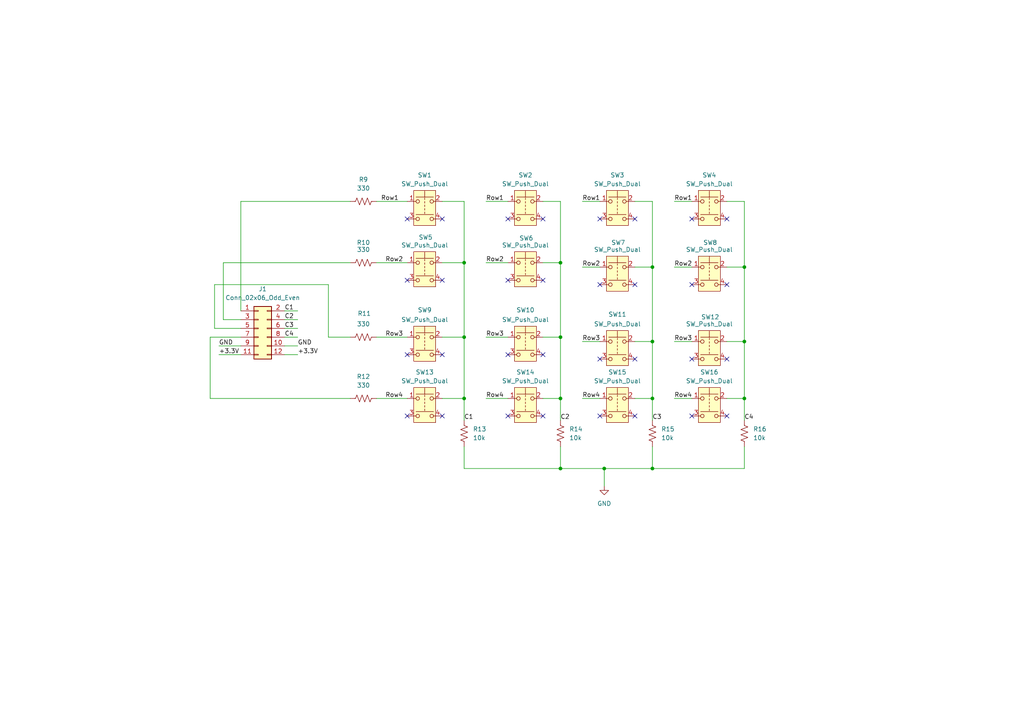
<source format=kicad_sch>
(kicad_sch
	(version 20250114)
	(generator "eeschema")
	(generator_version "9.0")
	(uuid "3b3802ce-01c6-4ca0-8f16-261a9e4b4263")
	(paper "A4")
	(lib_symbols
		(symbol "Connector_Generic:Conn_02x06_Odd_Even"
			(pin_names
				(offset 1.016)
				(hide yes)
			)
			(exclude_from_sim no)
			(in_bom yes)
			(on_board yes)
			(property "Reference" "J"
				(at 1.27 7.62 0)
				(effects
					(font
						(size 1.27 1.27)
					)
				)
			)
			(property "Value" "Conn_02x06_Odd_Even"
				(at 1.27 -10.16 0)
				(effects
					(font
						(size 1.27 1.27)
					)
				)
			)
			(property "Footprint" ""
				(at 0 0 0)
				(effects
					(font
						(size 1.27 1.27)
					)
					(hide yes)
				)
			)
			(property "Datasheet" "~"
				(at 0 0 0)
				(effects
					(font
						(size 1.27 1.27)
					)
					(hide yes)
				)
			)
			(property "Description" "Generic connector, double row, 02x06, odd/even pin numbering scheme (row 1 odd numbers, row 2 even numbers), script generated (kicad-library-utils/schlib/autogen/connector/)"
				(at 0 0 0)
				(effects
					(font
						(size 1.27 1.27)
					)
					(hide yes)
				)
			)
			(property "ki_keywords" "connector"
				(at 0 0 0)
				(effects
					(font
						(size 1.27 1.27)
					)
					(hide yes)
				)
			)
			(property "ki_fp_filters" "Connector*:*_2x??_*"
				(at 0 0 0)
				(effects
					(font
						(size 1.27 1.27)
					)
					(hide yes)
				)
			)
			(symbol "Conn_02x06_Odd_Even_1_1"
				(rectangle
					(start -1.27 6.35)
					(end 3.81 -8.89)
					(stroke
						(width 0.254)
						(type default)
					)
					(fill
						(type background)
					)
				)
				(rectangle
					(start -1.27 5.207)
					(end 0 4.953)
					(stroke
						(width 0.1524)
						(type default)
					)
					(fill
						(type none)
					)
				)
				(rectangle
					(start -1.27 2.667)
					(end 0 2.413)
					(stroke
						(width 0.1524)
						(type default)
					)
					(fill
						(type none)
					)
				)
				(rectangle
					(start -1.27 0.127)
					(end 0 -0.127)
					(stroke
						(width 0.1524)
						(type default)
					)
					(fill
						(type none)
					)
				)
				(rectangle
					(start -1.27 -2.413)
					(end 0 -2.667)
					(stroke
						(width 0.1524)
						(type default)
					)
					(fill
						(type none)
					)
				)
				(rectangle
					(start -1.27 -4.953)
					(end 0 -5.207)
					(stroke
						(width 0.1524)
						(type default)
					)
					(fill
						(type none)
					)
				)
				(rectangle
					(start -1.27 -7.493)
					(end 0 -7.747)
					(stroke
						(width 0.1524)
						(type default)
					)
					(fill
						(type none)
					)
				)
				(rectangle
					(start 3.81 5.207)
					(end 2.54 4.953)
					(stroke
						(width 0.1524)
						(type default)
					)
					(fill
						(type none)
					)
				)
				(rectangle
					(start 3.81 2.667)
					(end 2.54 2.413)
					(stroke
						(width 0.1524)
						(type default)
					)
					(fill
						(type none)
					)
				)
				(rectangle
					(start 3.81 0.127)
					(end 2.54 -0.127)
					(stroke
						(width 0.1524)
						(type default)
					)
					(fill
						(type none)
					)
				)
				(rectangle
					(start 3.81 -2.413)
					(end 2.54 -2.667)
					(stroke
						(width 0.1524)
						(type default)
					)
					(fill
						(type none)
					)
				)
				(rectangle
					(start 3.81 -4.953)
					(end 2.54 -5.207)
					(stroke
						(width 0.1524)
						(type default)
					)
					(fill
						(type none)
					)
				)
				(rectangle
					(start 3.81 -7.493)
					(end 2.54 -7.747)
					(stroke
						(width 0.1524)
						(type default)
					)
					(fill
						(type none)
					)
				)
				(pin passive line
					(at -5.08 5.08 0)
					(length 3.81)
					(name "Pin_1"
						(effects
							(font
								(size 1.27 1.27)
							)
						)
					)
					(number "1"
						(effects
							(font
								(size 1.27 1.27)
							)
						)
					)
				)
				(pin passive line
					(at -5.08 2.54 0)
					(length 3.81)
					(name "Pin_3"
						(effects
							(font
								(size 1.27 1.27)
							)
						)
					)
					(number "3"
						(effects
							(font
								(size 1.27 1.27)
							)
						)
					)
				)
				(pin passive line
					(at -5.08 0 0)
					(length 3.81)
					(name "Pin_5"
						(effects
							(font
								(size 1.27 1.27)
							)
						)
					)
					(number "5"
						(effects
							(font
								(size 1.27 1.27)
							)
						)
					)
				)
				(pin passive line
					(at -5.08 -2.54 0)
					(length 3.81)
					(name "Pin_7"
						(effects
							(font
								(size 1.27 1.27)
							)
						)
					)
					(number "7"
						(effects
							(font
								(size 1.27 1.27)
							)
						)
					)
				)
				(pin passive line
					(at -5.08 -5.08 0)
					(length 3.81)
					(name "Pin_9"
						(effects
							(font
								(size 1.27 1.27)
							)
						)
					)
					(number "9"
						(effects
							(font
								(size 1.27 1.27)
							)
						)
					)
				)
				(pin passive line
					(at -5.08 -7.62 0)
					(length 3.81)
					(name "Pin_11"
						(effects
							(font
								(size 1.27 1.27)
							)
						)
					)
					(number "11"
						(effects
							(font
								(size 1.27 1.27)
							)
						)
					)
				)
				(pin passive line
					(at 7.62 5.08 180)
					(length 3.81)
					(name "Pin_2"
						(effects
							(font
								(size 1.27 1.27)
							)
						)
					)
					(number "2"
						(effects
							(font
								(size 1.27 1.27)
							)
						)
					)
				)
				(pin passive line
					(at 7.62 2.54 180)
					(length 3.81)
					(name "Pin_4"
						(effects
							(font
								(size 1.27 1.27)
							)
						)
					)
					(number "4"
						(effects
							(font
								(size 1.27 1.27)
							)
						)
					)
				)
				(pin passive line
					(at 7.62 0 180)
					(length 3.81)
					(name "Pin_6"
						(effects
							(font
								(size 1.27 1.27)
							)
						)
					)
					(number "6"
						(effects
							(font
								(size 1.27 1.27)
							)
						)
					)
				)
				(pin passive line
					(at 7.62 -2.54 180)
					(length 3.81)
					(name "Pin_8"
						(effects
							(font
								(size 1.27 1.27)
							)
						)
					)
					(number "8"
						(effects
							(font
								(size 1.27 1.27)
							)
						)
					)
				)
				(pin passive line
					(at 7.62 -5.08 180)
					(length 3.81)
					(name "Pin_10"
						(effects
							(font
								(size 1.27 1.27)
							)
						)
					)
					(number "10"
						(effects
							(font
								(size 1.27 1.27)
							)
						)
					)
				)
				(pin passive line
					(at 7.62 -7.62 180)
					(length 3.81)
					(name "Pin_12"
						(effects
							(font
								(size 1.27 1.27)
							)
						)
					)
					(number "12"
						(effects
							(font
								(size 1.27 1.27)
							)
						)
					)
				)
			)
			(embedded_fonts no)
		)
		(symbol "Device:R_US"
			(pin_numbers
				(hide yes)
			)
			(pin_names
				(offset 0)
			)
			(exclude_from_sim no)
			(in_bom yes)
			(on_board yes)
			(property "Reference" "R"
				(at 2.54 0 90)
				(effects
					(font
						(size 1.27 1.27)
					)
				)
			)
			(property "Value" "R_US"
				(at -2.54 0 90)
				(effects
					(font
						(size 1.27 1.27)
					)
				)
			)
			(property "Footprint" ""
				(at 1.016 -0.254 90)
				(effects
					(font
						(size 1.27 1.27)
					)
					(hide yes)
				)
			)
			(property "Datasheet" "~"
				(at 0 0 0)
				(effects
					(font
						(size 1.27 1.27)
					)
					(hide yes)
				)
			)
			(property "Description" "Resistor, US symbol"
				(at 0 0 0)
				(effects
					(font
						(size 1.27 1.27)
					)
					(hide yes)
				)
			)
			(property "ki_keywords" "R res resistor"
				(at 0 0 0)
				(effects
					(font
						(size 1.27 1.27)
					)
					(hide yes)
				)
			)
			(property "ki_fp_filters" "R_*"
				(at 0 0 0)
				(effects
					(font
						(size 1.27 1.27)
					)
					(hide yes)
				)
			)
			(symbol "R_US_0_1"
				(polyline
					(pts
						(xy 0 2.286) (xy 0 2.54)
					)
					(stroke
						(width 0)
						(type default)
					)
					(fill
						(type none)
					)
				)
				(polyline
					(pts
						(xy 0 2.286) (xy 1.016 1.905) (xy 0 1.524) (xy -1.016 1.143) (xy 0 0.762)
					)
					(stroke
						(width 0)
						(type default)
					)
					(fill
						(type none)
					)
				)
				(polyline
					(pts
						(xy 0 0.762) (xy 1.016 0.381) (xy 0 0) (xy -1.016 -0.381) (xy 0 -0.762)
					)
					(stroke
						(width 0)
						(type default)
					)
					(fill
						(type none)
					)
				)
				(polyline
					(pts
						(xy 0 -0.762) (xy 1.016 -1.143) (xy 0 -1.524) (xy -1.016 -1.905) (xy 0 -2.286)
					)
					(stroke
						(width 0)
						(type default)
					)
					(fill
						(type none)
					)
				)
				(polyline
					(pts
						(xy 0 -2.286) (xy 0 -2.54)
					)
					(stroke
						(width 0)
						(type default)
					)
					(fill
						(type none)
					)
				)
			)
			(symbol "R_US_1_1"
				(pin passive line
					(at 0 3.81 270)
					(length 1.27)
					(name "~"
						(effects
							(font
								(size 1.27 1.27)
							)
						)
					)
					(number "1"
						(effects
							(font
								(size 1.27 1.27)
							)
						)
					)
				)
				(pin passive line
					(at 0 -3.81 90)
					(length 1.27)
					(name "~"
						(effects
							(font
								(size 1.27 1.27)
							)
						)
					)
					(number "2"
						(effects
							(font
								(size 1.27 1.27)
							)
						)
					)
				)
			)
			(embedded_fonts no)
		)
		(symbol "Switch:SW_Push_Dual"
			(pin_names
				(offset 1.016)
				(hide yes)
			)
			(exclude_from_sim no)
			(in_bom yes)
			(on_board yes)
			(property "Reference" "SW"
				(at 0 7.62 0)
				(effects
					(font
						(size 1.27 1.27)
					)
				)
			)
			(property "Value" "SW_Push_Dual"
				(at 0 -6.35 0)
				(effects
					(font
						(size 1.27 1.27)
					)
				)
			)
			(property "Footprint" ""
				(at 0 7.62 0)
				(effects
					(font
						(size 1.27 1.27)
					)
					(hide yes)
				)
			)
			(property "Datasheet" "~"
				(at 0 0 0)
				(effects
					(font
						(size 1.27 1.27)
					)
					(hide yes)
				)
			)
			(property "Description" "Push button switch, generic, symbol, four pins"
				(at 0 0 0)
				(effects
					(font
						(size 1.27 1.27)
					)
					(hide yes)
				)
			)
			(property "ki_keywords" "switch normally-open pushbutton push-button"
				(at 0 0 0)
				(effects
					(font
						(size 1.27 1.27)
					)
					(hide yes)
				)
			)
			(symbol "SW_Push_Dual_0_1"
				(circle
					(center -2.032 2.54)
					(radius 0.508)
					(stroke
						(width 0)
						(type default)
					)
					(fill
						(type none)
					)
				)
				(circle
					(center -2.032 -2.54)
					(radius 0.508)
					(stroke
						(width 0)
						(type default)
					)
					(fill
						(type none)
					)
				)
				(polyline
					(pts
						(xy 0 3.81) (xy 0 5.588)
					)
					(stroke
						(width 0)
						(type default)
					)
					(fill
						(type none)
					)
				)
				(polyline
					(pts
						(xy 0 3.048) (xy 0 3.556)
					)
					(stroke
						(width 0)
						(type default)
					)
					(fill
						(type none)
					)
				)
				(polyline
					(pts
						(xy 0 2.032) (xy 0 2.54)
					)
					(stroke
						(width 0)
						(type default)
					)
					(fill
						(type none)
					)
				)
				(polyline
					(pts
						(xy 0 1.016) (xy 0 1.524)
					)
					(stroke
						(width 0)
						(type default)
					)
					(fill
						(type none)
					)
				)
				(polyline
					(pts
						(xy 0 0.508) (xy 0 0)
					)
					(stroke
						(width 0)
						(type default)
					)
					(fill
						(type none)
					)
				)
				(polyline
					(pts
						(xy 0 -0.508) (xy 0 -1.016)
					)
					(stroke
						(width 0)
						(type default)
					)
					(fill
						(type none)
					)
				)
				(circle
					(center 2.032 2.54)
					(radius 0.508)
					(stroke
						(width 0)
						(type default)
					)
					(fill
						(type none)
					)
				)
				(circle
					(center 2.032 -2.54)
					(radius 0.508)
					(stroke
						(width 0)
						(type default)
					)
					(fill
						(type none)
					)
				)
				(polyline
					(pts
						(xy 2.54 3.81) (xy -2.54 3.81)
					)
					(stroke
						(width 0)
						(type default)
					)
					(fill
						(type none)
					)
				)
				(polyline
					(pts
						(xy 2.54 -1.27) (xy -2.54 -1.27)
					)
					(stroke
						(width 0)
						(type default)
					)
					(fill
						(type none)
					)
				)
				(pin passive line
					(at -5.08 2.54 0)
					(length 2.54)
					(name "1"
						(effects
							(font
								(size 1.27 1.27)
							)
						)
					)
					(number "1"
						(effects
							(font
								(size 1.27 1.27)
							)
						)
					)
				)
				(pin passive line
					(at -5.08 -2.54 0)
					(length 2.54)
					(name "3"
						(effects
							(font
								(size 1.27 1.27)
							)
						)
					)
					(number "3"
						(effects
							(font
								(size 1.27 1.27)
							)
						)
					)
				)
				(pin passive line
					(at 5.08 2.54 180)
					(length 2.54)
					(name "2"
						(effects
							(font
								(size 1.27 1.27)
							)
						)
					)
					(number "2"
						(effects
							(font
								(size 1.27 1.27)
							)
						)
					)
				)
				(pin passive line
					(at 5.08 -2.54 180)
					(length 2.54)
					(name "4"
						(effects
							(font
								(size 1.27 1.27)
							)
						)
					)
					(number "4"
						(effects
							(font
								(size 1.27 1.27)
							)
						)
					)
				)
			)
			(symbol "SW_Push_Dual_1_1"
				(rectangle
					(start -3.175 5.715)
					(end 3.175 -4.445)
					(stroke
						(width 0)
						(type default)
					)
					(fill
						(type background)
					)
				)
			)
			(embedded_fonts no)
		)
		(symbol "power:GND"
			(power)
			(pin_numbers
				(hide yes)
			)
			(pin_names
				(offset 0)
				(hide yes)
			)
			(exclude_from_sim no)
			(in_bom yes)
			(on_board yes)
			(property "Reference" "#PWR"
				(at 0 -6.35 0)
				(effects
					(font
						(size 1.27 1.27)
					)
					(hide yes)
				)
			)
			(property "Value" "GND"
				(at 0 -3.81 0)
				(effects
					(font
						(size 1.27 1.27)
					)
				)
			)
			(property "Footprint" ""
				(at 0 0 0)
				(effects
					(font
						(size 1.27 1.27)
					)
					(hide yes)
				)
			)
			(property "Datasheet" ""
				(at 0 0 0)
				(effects
					(font
						(size 1.27 1.27)
					)
					(hide yes)
				)
			)
			(property "Description" "Power symbol creates a global label with name \"GND\" , ground"
				(at 0 0 0)
				(effects
					(font
						(size 1.27 1.27)
					)
					(hide yes)
				)
			)
			(property "ki_keywords" "global power"
				(at 0 0 0)
				(effects
					(font
						(size 1.27 1.27)
					)
					(hide yes)
				)
			)
			(symbol "GND_0_1"
				(polyline
					(pts
						(xy 0 0) (xy 0 -1.27) (xy 1.27 -1.27) (xy 0 -2.54) (xy -1.27 -1.27) (xy 0 -1.27)
					)
					(stroke
						(width 0)
						(type default)
					)
					(fill
						(type none)
					)
				)
			)
			(symbol "GND_1_1"
				(pin power_in line
					(at 0 0 270)
					(length 0)
					(name "~"
						(effects
							(font
								(size 1.27 1.27)
							)
						)
					)
					(number "1"
						(effects
							(font
								(size 1.27 1.27)
							)
						)
					)
				)
			)
			(embedded_fonts no)
		)
	)
	(junction
		(at 162.56 76.2)
		(diameter 0)
		(color 0 0 0 0)
		(uuid "198c2ba6-6031-4ae8-9ae5-b724c729c263")
	)
	(junction
		(at 189.23 135.89)
		(diameter 0)
		(color 0 0 0 0)
		(uuid "325db1c1-27b6-4791-bc6c-ebda6efa4610")
	)
	(junction
		(at 134.62 76.2)
		(diameter 0)
		(color 0 0 0 0)
		(uuid "496d6d2f-4239-4db7-aee5-25b38c809265")
	)
	(junction
		(at 175.26 135.89)
		(diameter 0)
		(color 0 0 0 0)
		(uuid "575c953c-3251-455f-bb18-06f526ba8d46")
	)
	(junction
		(at 162.56 135.89)
		(diameter 0)
		(color 0 0 0 0)
		(uuid "58f76858-0c69-4e87-8761-0d0d5232bdb8")
	)
	(junction
		(at 215.9 115.57)
		(diameter 0)
		(color 0 0 0 0)
		(uuid "6bf7e2e6-99b6-4604-bdd9-580d3aa58772")
	)
	(junction
		(at 189.23 99.06)
		(diameter 0)
		(color 0 0 0 0)
		(uuid "6d7c63c2-82f9-4c83-95ba-5cfa86c58f91")
	)
	(junction
		(at 189.23 115.57)
		(diameter 0)
		(color 0 0 0 0)
		(uuid "776cd5eb-6412-4cd1-a433-7da165a0a567")
	)
	(junction
		(at 134.62 97.79)
		(diameter 0)
		(color 0 0 0 0)
		(uuid "78f9bd1e-d3c4-491d-9645-b6d0093e498b")
	)
	(junction
		(at 162.56 115.57)
		(diameter 0)
		(color 0 0 0 0)
		(uuid "7b091270-651d-4418-925a-63325214b6cc")
	)
	(junction
		(at 189.23 77.47)
		(diameter 0)
		(color 0 0 0 0)
		(uuid "87b32319-84af-4a62-ba7e-f09f91e002a6")
	)
	(junction
		(at 215.9 77.47)
		(diameter 0)
		(color 0 0 0 0)
		(uuid "980e324a-0317-4715-bf0c-3e87e20f97a9")
	)
	(junction
		(at 162.56 97.79)
		(diameter 0)
		(color 0 0 0 0)
		(uuid "983ba4e7-fc11-4327-a086-76302dbb3bc6")
	)
	(junction
		(at 134.62 115.57)
		(diameter 0)
		(color 0 0 0 0)
		(uuid "f001a60d-1139-414a-af6f-5642667d2610")
	)
	(junction
		(at 215.9 99.06)
		(diameter 0)
		(color 0 0 0 0)
		(uuid "ff12005e-ba0e-4ddb-983f-fe3bdcd7d602")
	)
	(no_connect
		(at 128.27 120.65)
		(uuid "0f576811-f216-4764-ab0c-1b8b8dfe2e33")
	)
	(no_connect
		(at 157.48 120.65)
		(uuid "156f910b-ccd3-4a1b-9792-3203f21bb2e9")
	)
	(no_connect
		(at 147.32 102.87)
		(uuid "1d9bdccf-0da1-4c0d-9e3e-644df0437148")
	)
	(no_connect
		(at 173.99 120.65)
		(uuid "235511ad-eec9-4fe8-9144-4f38c6815a3c")
	)
	(no_connect
		(at 184.15 120.65)
		(uuid "245188df-1ed6-402c-8535-78ca15a17e4e")
	)
	(no_connect
		(at 118.11 120.65)
		(uuid "262a7d61-eacb-487e-af81-679d355c3a66")
	)
	(no_connect
		(at 210.82 82.55)
		(uuid "2a8f13e8-811a-4e1a-83c7-c03380a03a80")
	)
	(no_connect
		(at 200.66 63.5)
		(uuid "2dfbc468-2a04-45ad-acf4-04c65821ad76")
	)
	(no_connect
		(at 200.66 82.55)
		(uuid "2eaf481b-a886-4290-96f1-2f984c13ef5d")
	)
	(no_connect
		(at 173.99 82.55)
		(uuid "4047dd6b-eccc-4c7d-ab78-544491268733")
	)
	(no_connect
		(at 147.32 63.5)
		(uuid "4d78fda1-3d3c-4d68-92c0-6160316ad0b6")
	)
	(no_connect
		(at 147.32 120.65)
		(uuid "5c178e12-4a97-4714-a30f-ee6f617a40b1")
	)
	(no_connect
		(at 128.27 63.5)
		(uuid "68a560a1-2983-437f-bba0-aa4d96f69e1e")
	)
	(no_connect
		(at 184.15 104.14)
		(uuid "816efa15-2781-47af-a211-ecf8cc2d0388")
	)
	(no_connect
		(at 118.11 81.28)
		(uuid "91af08e9-1497-4f18-afb1-76b81fb551b9")
	)
	(no_connect
		(at 118.11 63.5)
		(uuid "94f6cc52-44fb-4e68-999c-48f8de9bfab9")
	)
	(no_connect
		(at 173.99 104.14)
		(uuid "9946d2ff-20a9-4fc9-9be5-f8291c483bfd")
	)
	(no_connect
		(at 184.15 82.55)
		(uuid "ac02604b-85a1-4652-9735-9e55bbf86fce")
	)
	(no_connect
		(at 200.66 104.14)
		(uuid "b6ebf4cc-d251-4ca9-9628-1c3c9c246bca")
	)
	(no_connect
		(at 157.48 81.28)
		(uuid "c60fb193-4586-44ea-ba97-05cc3eb8429c")
	)
	(no_connect
		(at 210.82 104.14)
		(uuid "c76841cd-e2bb-48ee-9490-73eef3ffe40a")
	)
	(no_connect
		(at 128.27 81.28)
		(uuid "cc0d81fb-4df8-4d29-892c-dcdbb3befa44")
	)
	(no_connect
		(at 200.66 120.65)
		(uuid "ce8d6815-a31d-45bf-b56d-5dc0d5bc1185")
	)
	(no_connect
		(at 184.15 63.5)
		(uuid "d3dff204-bc6e-4922-8826-0502ff17350b")
	)
	(no_connect
		(at 157.48 63.5)
		(uuid "d97cd14f-da8b-406d-ae2c-0f9a11fb1330")
	)
	(no_connect
		(at 210.82 120.65)
		(uuid "e4b54963-1382-4799-a912-974eda7bf051")
	)
	(no_connect
		(at 128.27 102.87)
		(uuid "e82cdc95-408a-4ab0-99d4-fc1069cfc5c7")
	)
	(no_connect
		(at 210.82 63.5)
		(uuid "ebbeace0-29c3-4930-b27e-f9079bc5960b")
	)
	(no_connect
		(at 147.32 81.28)
		(uuid "f8d7727b-7bca-415c-9286-c0398bd761e8")
	)
	(no_connect
		(at 173.99 63.5)
		(uuid "f9cc29f1-e82f-4529-9087-d7eadeafe135")
	)
	(no_connect
		(at 118.11 102.87)
		(uuid "fd5c04f9-f626-4a49-b7b8-7f24cd48957b")
	)
	(no_connect
		(at 157.48 102.87)
		(uuid "fef0e058-1799-42eb-aa99-1c44c52dfe00")
	)
	(wire
		(pts
			(xy 184.15 58.42) (xy 189.23 58.42)
		)
		(stroke
			(width 0)
			(type default)
		)
		(uuid "0069a5bf-87b5-4405-ae8d-c2644795dfbb")
	)
	(wire
		(pts
			(xy 95.25 97.79) (xy 101.6 97.79)
		)
		(stroke
			(width 0)
			(type default)
		)
		(uuid "01eea999-84a2-4499-ac04-1c757aa92488")
	)
	(wire
		(pts
			(xy 215.9 58.42) (xy 210.82 58.42)
		)
		(stroke
			(width 0)
			(type default)
		)
		(uuid "036931a0-cce0-4ed5-8dd7-e13d78bc5f44")
	)
	(wire
		(pts
			(xy 134.62 58.42) (xy 134.62 76.2)
		)
		(stroke
			(width 0)
			(type default)
		)
		(uuid "0c8aad52-88b2-4750-86af-c9df1ce9fd04")
	)
	(wire
		(pts
			(xy 189.23 99.06) (xy 189.23 115.57)
		)
		(stroke
			(width 0)
			(type default)
		)
		(uuid "0ccdca64-c321-42cc-833b-f41fec0257d7")
	)
	(wire
		(pts
			(xy 189.23 77.47) (xy 189.23 99.06)
		)
		(stroke
			(width 0)
			(type default)
		)
		(uuid "0f9fe912-4402-4495-833e-58e8cd9cd65d")
	)
	(wire
		(pts
			(xy 140.97 76.2) (xy 147.32 76.2)
		)
		(stroke
			(width 0)
			(type default)
		)
		(uuid "1134b4a1-9830-4800-bf1b-78139879a621")
	)
	(wire
		(pts
			(xy 195.58 115.57) (xy 200.66 115.57)
		)
		(stroke
			(width 0)
			(type default)
		)
		(uuid "1685edf6-d5ba-44b3-b173-de177b197bca")
	)
	(wire
		(pts
			(xy 140.97 58.42) (xy 147.32 58.42)
		)
		(stroke
			(width 0)
			(type default)
		)
		(uuid "1c413a19-268a-47ae-8f32-7aeb2583e032")
	)
	(wire
		(pts
			(xy 189.23 58.42) (xy 189.23 77.47)
		)
		(stroke
			(width 0)
			(type default)
		)
		(uuid "251b5a98-0892-4308-b224-60ef704ea912")
	)
	(wire
		(pts
			(xy 189.23 77.47) (xy 184.15 77.47)
		)
		(stroke
			(width 0)
			(type default)
		)
		(uuid "2bf19a5a-281a-45e5-88de-10e8fdd1915c")
	)
	(wire
		(pts
			(xy 63.5 100.33) (xy 69.85 100.33)
		)
		(stroke
			(width 0)
			(type default)
		)
		(uuid "340d1c47-a3bc-4dd0-a1d1-e8f7b315eb6e")
	)
	(wire
		(pts
			(xy 168.91 115.57) (xy 173.99 115.57)
		)
		(stroke
			(width 0)
			(type default)
		)
		(uuid "355d3f86-7489-460b-a92c-db502dc6a665")
	)
	(wire
		(pts
			(xy 60.96 115.57) (xy 101.6 115.57)
		)
		(stroke
			(width 0)
			(type default)
		)
		(uuid "35c352c4-3b9d-4cb9-afd5-cca8cdbb247d")
	)
	(wire
		(pts
			(xy 82.55 97.79) (xy 86.36 97.79)
		)
		(stroke
			(width 0)
			(type default)
		)
		(uuid "379d7b68-9489-4c87-b9f6-8ea3543fb00f")
	)
	(wire
		(pts
			(xy 109.22 97.79) (xy 118.11 97.79)
		)
		(stroke
			(width 0)
			(type default)
		)
		(uuid "3a92349b-dd19-4647-a379-1bfd6130e635")
	)
	(wire
		(pts
			(xy 82.55 95.25) (xy 86.36 95.25)
		)
		(stroke
			(width 0)
			(type default)
		)
		(uuid "3b32fef2-d1f3-4730-a624-1f1d7e506a4c")
	)
	(wire
		(pts
			(xy 134.62 97.79) (xy 134.62 115.57)
		)
		(stroke
			(width 0)
			(type default)
		)
		(uuid "3d6cf370-fd7a-4b84-af58-c0ba9fd553ec")
	)
	(wire
		(pts
			(xy 63.5 102.87) (xy 69.85 102.87)
		)
		(stroke
			(width 0)
			(type default)
		)
		(uuid "3ec2ec29-2d02-456d-8da0-052232be3003")
	)
	(wire
		(pts
			(xy 134.62 115.57) (xy 128.27 115.57)
		)
		(stroke
			(width 0)
			(type default)
		)
		(uuid "42839919-46f7-42b4-beb1-fb60b46720e2")
	)
	(wire
		(pts
			(xy 69.85 95.25) (xy 62.23 95.25)
		)
		(stroke
			(width 0)
			(type default)
		)
		(uuid "4293a409-04c4-45a7-b9af-7d66ce8ceb9d")
	)
	(wire
		(pts
			(xy 215.9 135.89) (xy 215.9 129.54)
		)
		(stroke
			(width 0)
			(type default)
		)
		(uuid "452def36-70af-4e5c-9a72-a8b4144b7922")
	)
	(wire
		(pts
			(xy 86.36 100.33) (xy 82.55 100.33)
		)
		(stroke
			(width 0)
			(type default)
		)
		(uuid "45d86a78-1019-4081-aa2b-38e6b15b6186")
	)
	(wire
		(pts
			(xy 175.26 135.89) (xy 175.26 140.97)
		)
		(stroke
			(width 0)
			(type default)
		)
		(uuid "495f8f06-4641-45f7-87b8-18b98889b585")
	)
	(wire
		(pts
			(xy 109.22 76.2) (xy 118.11 76.2)
		)
		(stroke
			(width 0)
			(type default)
		)
		(uuid "4d9192fc-b0a4-4bcc-8d0c-d49b2f332481")
	)
	(wire
		(pts
			(xy 134.62 76.2) (xy 134.62 97.79)
		)
		(stroke
			(width 0)
			(type default)
		)
		(uuid "51e91560-18a4-41d9-a943-994ffb91f2d0")
	)
	(wire
		(pts
			(xy 95.25 82.55) (xy 95.25 97.79)
		)
		(stroke
			(width 0)
			(type default)
		)
		(uuid "53e3679d-7632-4b3a-9bf7-d291d961a6bf")
	)
	(wire
		(pts
			(xy 60.96 97.79) (xy 69.85 97.79)
		)
		(stroke
			(width 0)
			(type default)
		)
		(uuid "65f66475-68f2-4c0e-b4c4-0c1d85709c92")
	)
	(wire
		(pts
			(xy 215.9 99.06) (xy 215.9 115.57)
		)
		(stroke
			(width 0)
			(type default)
		)
		(uuid "672e5e7b-12fc-47eb-8c83-21682674707b")
	)
	(wire
		(pts
			(xy 140.97 97.79) (xy 147.32 97.79)
		)
		(stroke
			(width 0)
			(type default)
		)
		(uuid "6750510d-9986-4769-8737-76ef237971cc")
	)
	(wire
		(pts
			(xy 189.23 115.57) (xy 189.23 121.92)
		)
		(stroke
			(width 0)
			(type default)
		)
		(uuid "6b9271b5-0051-4d44-abf8-f22a2bb10680")
	)
	(wire
		(pts
			(xy 82.55 92.71) (xy 86.36 92.71)
		)
		(stroke
			(width 0)
			(type default)
		)
		(uuid "7282be30-117f-4d64-8579-5a9aa776bc00")
	)
	(wire
		(pts
			(xy 134.62 135.89) (xy 162.56 135.89)
		)
		(stroke
			(width 0)
			(type default)
		)
		(uuid "75d86c70-b070-4b92-a045-aac19f58dd50")
	)
	(wire
		(pts
			(xy 69.85 58.42) (xy 101.6 58.42)
		)
		(stroke
			(width 0)
			(type default)
		)
		(uuid "7697b2f1-0188-451a-a40f-abafe146c8c9")
	)
	(wire
		(pts
			(xy 162.56 97.79) (xy 162.56 115.57)
		)
		(stroke
			(width 0)
			(type default)
		)
		(uuid "76fcf5cd-3bf8-4b3a-bdf0-ce7f5343685f")
	)
	(wire
		(pts
			(xy 195.58 99.06) (xy 200.66 99.06)
		)
		(stroke
			(width 0)
			(type default)
		)
		(uuid "79d05e07-794d-495e-be46-e56963554931")
	)
	(wire
		(pts
			(xy 134.62 129.54) (xy 134.62 135.89)
		)
		(stroke
			(width 0)
			(type default)
		)
		(uuid "7a426e4b-553b-4598-af64-e41a47a8756c")
	)
	(wire
		(pts
			(xy 134.62 97.79) (xy 128.27 97.79)
		)
		(stroke
			(width 0)
			(type default)
		)
		(uuid "7ecd552c-d308-45b9-8a34-e26151402940")
	)
	(wire
		(pts
			(xy 60.96 97.79) (xy 60.96 115.57)
		)
		(stroke
			(width 0)
			(type default)
		)
		(uuid "7f21c6b5-c603-4fff-bd4b-a29fbb2bc512")
	)
	(wire
		(pts
			(xy 215.9 77.47) (xy 215.9 99.06)
		)
		(stroke
			(width 0)
			(type default)
		)
		(uuid "89c49fdf-0aa0-4516-a64e-60705060125b")
	)
	(wire
		(pts
			(xy 189.23 129.54) (xy 189.23 135.89)
		)
		(stroke
			(width 0)
			(type default)
		)
		(uuid "89e7bc54-6039-4b81-8551-426121d2df82")
	)
	(wire
		(pts
			(xy 215.9 115.57) (xy 215.9 121.92)
		)
		(stroke
			(width 0)
			(type default)
		)
		(uuid "94a88ab7-9f3a-4d79-9d03-6d469d12afa3")
	)
	(wire
		(pts
			(xy 184.15 115.57) (xy 189.23 115.57)
		)
		(stroke
			(width 0)
			(type default)
		)
		(uuid "95b99f74-84e2-4277-9eb2-8e8accc337cf")
	)
	(wire
		(pts
			(xy 64.77 76.2) (xy 101.6 76.2)
		)
		(stroke
			(width 0)
			(type default)
		)
		(uuid "982f9bc2-1092-4964-9315-de70b48ee570")
	)
	(wire
		(pts
			(xy 82.55 90.17) (xy 86.36 90.17)
		)
		(stroke
			(width 0)
			(type default)
		)
		(uuid "98e1e4d8-be6d-4387-a4f1-c3bff7c0c8ca")
	)
	(wire
		(pts
			(xy 64.77 92.71) (xy 64.77 76.2)
		)
		(stroke
			(width 0)
			(type default)
		)
		(uuid "99bf5c3a-3cde-4b6d-845e-d7cf9640d8c3")
	)
	(wire
		(pts
			(xy 134.62 115.57) (xy 134.62 121.92)
		)
		(stroke
			(width 0)
			(type default)
		)
		(uuid "9c5f20cc-3992-4947-88cf-c33375bceb0a")
	)
	(wire
		(pts
			(xy 175.26 135.89) (xy 189.23 135.89)
		)
		(stroke
			(width 0)
			(type default)
		)
		(uuid "9ef84317-40a2-48d7-9473-047b87a1530e")
	)
	(wire
		(pts
			(xy 168.91 77.47) (xy 173.99 77.47)
		)
		(stroke
			(width 0)
			(type default)
		)
		(uuid "9f3d5714-3d35-49d4-aa70-06dbc90b1dd0")
	)
	(wire
		(pts
			(xy 134.62 76.2) (xy 128.27 76.2)
		)
		(stroke
			(width 0)
			(type default)
		)
		(uuid "a6440518-62b0-46ca-b0e6-cad3602ae048")
	)
	(wire
		(pts
			(xy 69.85 90.17) (xy 69.85 58.42)
		)
		(stroke
			(width 0)
			(type default)
		)
		(uuid "a727b86a-0e4f-4416-b6df-7cf43966f523")
	)
	(wire
		(pts
			(xy 157.48 115.57) (xy 162.56 115.57)
		)
		(stroke
			(width 0)
			(type default)
		)
		(uuid "a8b54321-0499-4da9-8b76-d30af81c8813")
	)
	(wire
		(pts
			(xy 86.36 102.87) (xy 82.55 102.87)
		)
		(stroke
			(width 0)
			(type default)
		)
		(uuid "af7eaa25-8b3f-4dcd-9fb0-9dcb2ce353ce")
	)
	(wire
		(pts
			(xy 184.15 99.06) (xy 189.23 99.06)
		)
		(stroke
			(width 0)
			(type default)
		)
		(uuid "b1fc7a36-e736-4b16-bef7-24896bba370a")
	)
	(wire
		(pts
			(xy 62.23 95.25) (xy 62.23 82.55)
		)
		(stroke
			(width 0)
			(type default)
		)
		(uuid "b5a88f44-d37f-4337-af97-6ea521a44a15")
	)
	(wire
		(pts
			(xy 157.48 97.79) (xy 162.56 97.79)
		)
		(stroke
			(width 0)
			(type default)
		)
		(uuid "b7167b35-b398-47ab-ab30-6f53106884d4")
	)
	(wire
		(pts
			(xy 215.9 58.42) (xy 215.9 77.47)
		)
		(stroke
			(width 0)
			(type default)
		)
		(uuid "bc071a85-4b49-4042-9706-38c4049fcde4")
	)
	(wire
		(pts
			(xy 69.85 92.71) (xy 64.77 92.71)
		)
		(stroke
			(width 0)
			(type default)
		)
		(uuid "bcbc1a73-c402-4b4d-8a76-56083d655cc9")
	)
	(wire
		(pts
			(xy 210.82 99.06) (xy 215.9 99.06)
		)
		(stroke
			(width 0)
			(type default)
		)
		(uuid "c0243d04-e322-4930-b923-07a2e9405c05")
	)
	(wire
		(pts
			(xy 162.56 129.54) (xy 162.56 135.89)
		)
		(stroke
			(width 0)
			(type default)
		)
		(uuid "ce80d60a-e880-486d-a320-94b294c8d2a5")
	)
	(wire
		(pts
			(xy 215.9 115.57) (xy 210.82 115.57)
		)
		(stroke
			(width 0)
			(type default)
		)
		(uuid "d05e8a05-aed0-442a-8c63-c67af660114d")
	)
	(wire
		(pts
			(xy 140.97 115.57) (xy 147.32 115.57)
		)
		(stroke
			(width 0)
			(type default)
		)
		(uuid "d58bc02f-f2d3-4d95-988b-52cd93613595")
	)
	(wire
		(pts
			(xy 162.56 76.2) (xy 157.48 76.2)
		)
		(stroke
			(width 0)
			(type default)
		)
		(uuid "d6395ee3-7f9b-4510-bfef-aff0902b6f02")
	)
	(wire
		(pts
			(xy 162.56 135.89) (xy 175.26 135.89)
		)
		(stroke
			(width 0)
			(type default)
		)
		(uuid "d6d3e392-a970-475d-8f37-9370765ddc1e")
	)
	(wire
		(pts
			(xy 189.23 135.89) (xy 215.9 135.89)
		)
		(stroke
			(width 0)
			(type default)
		)
		(uuid "d81601dd-b44f-45e1-bd17-522d73e0306b")
	)
	(wire
		(pts
			(xy 109.22 58.42) (xy 118.11 58.42)
		)
		(stroke
			(width 0)
			(type default)
		)
		(uuid "ded12b87-18f2-41c9-a687-4b02001919b7")
	)
	(wire
		(pts
			(xy 195.58 58.42) (xy 200.66 58.42)
		)
		(stroke
			(width 0)
			(type default)
		)
		(uuid "df85279a-9773-4a59-b18c-9e3c27dfde41")
	)
	(wire
		(pts
			(xy 195.58 77.47) (xy 200.66 77.47)
		)
		(stroke
			(width 0)
			(type default)
		)
		(uuid "e10a1760-96ff-4e19-8a1d-4f2e5f28d65e")
	)
	(wire
		(pts
			(xy 162.56 58.42) (xy 162.56 76.2)
		)
		(stroke
			(width 0)
			(type default)
		)
		(uuid "e119f485-f402-4bd8-b51f-a94ed5505a30")
	)
	(wire
		(pts
			(xy 162.56 76.2) (xy 162.56 97.79)
		)
		(stroke
			(width 0)
			(type default)
		)
		(uuid "e59941ee-ae1a-4e00-970d-c3592a00272e")
	)
	(wire
		(pts
			(xy 62.23 82.55) (xy 95.25 82.55)
		)
		(stroke
			(width 0)
			(type default)
		)
		(uuid "ebf162be-824d-45c8-a932-263e31d69912")
	)
	(wire
		(pts
			(xy 157.48 58.42) (xy 162.56 58.42)
		)
		(stroke
			(width 0)
			(type default)
		)
		(uuid "edae4b45-d95a-4a98-b389-98d82995577b")
	)
	(wire
		(pts
			(xy 162.56 115.57) (xy 162.56 121.92)
		)
		(stroke
			(width 0)
			(type default)
		)
		(uuid "ee90656b-fd19-42f9-8838-c6d822654e01")
	)
	(wire
		(pts
			(xy 109.22 115.57) (xy 118.11 115.57)
		)
		(stroke
			(width 0)
			(type default)
		)
		(uuid "f2287884-6217-45cc-9ae9-3412839d7a19")
	)
	(wire
		(pts
			(xy 210.82 77.47) (xy 215.9 77.47)
		)
		(stroke
			(width 0)
			(type default)
		)
		(uuid "f2a9f264-364f-4522-821b-4b1896306fc8")
	)
	(wire
		(pts
			(xy 168.91 58.42) (xy 173.99 58.42)
		)
		(stroke
			(width 0)
			(type default)
		)
		(uuid "f5dde78e-15e6-4e98-9c69-ece958c662ec")
	)
	(wire
		(pts
			(xy 128.27 58.42) (xy 134.62 58.42)
		)
		(stroke
			(width 0)
			(type default)
		)
		(uuid "f837ce8e-2e4c-4a8b-8335-3d8b62862137")
	)
	(wire
		(pts
			(xy 168.91 99.06) (xy 173.99 99.06)
		)
		(stroke
			(width 0)
			(type default)
		)
		(uuid "fa7f2496-ffc1-4179-a965-0077ef2b2e6f")
	)
	(label "C3"
		(at 189.23 121.92 0)
		(effects
			(font
				(size 1.27 1.27)
			)
			(justify left bottom)
		)
		(uuid "0095f688-eea0-4114-b8d0-5ca28ce6d2de")
	)
	(label "Row2"
		(at 140.97 76.2 0)
		(effects
			(font
				(size 1.27 1.27)
			)
			(justify left bottom)
		)
		(uuid "0747d07a-9daf-4e24-9387-9dd82a6edfc3")
	)
	(label "C4"
		(at 82.55 97.79 0)
		(effects
			(font
				(size 1.27 1.27)
			)
			(justify left bottom)
		)
		(uuid "086c7981-b910-49fc-926c-3658a8efee3e")
	)
	(label "+3.3V"
		(at 86.36 102.87 0)
		(effects
			(font
				(size 1.27 1.27)
			)
			(justify left bottom)
		)
		(uuid "147c803f-ce7a-45dc-91bc-d71e28f5c374")
	)
	(label "Row1"
		(at 168.91 58.42 0)
		(effects
			(font
				(size 1.27 1.27)
			)
			(justify left bottom)
		)
		(uuid "18208a69-624d-4fb1-a72e-ae59d5fee4fa")
	)
	(label "Row3"
		(at 111.76 97.79 0)
		(effects
			(font
				(size 1.27 1.27)
			)
			(justify left bottom)
		)
		(uuid "1865feaf-0994-43d4-bf69-b0e3ba75452c")
	)
	(label "Row3"
		(at 195.58 99.06 0)
		(effects
			(font
				(size 1.27 1.27)
			)
			(justify left bottom)
		)
		(uuid "1bdeffe8-36b8-4dc7-a2c1-8985cc584208")
	)
	(label "+3.3V"
		(at 63.5 102.87 0)
		(effects
			(font
				(size 1.27 1.27)
			)
			(justify left bottom)
		)
		(uuid "2e959bb4-cf71-43be-8d12-b737b75e3278")
	)
	(label "C2"
		(at 162.56 121.92 0)
		(effects
			(font
				(size 1.27 1.27)
			)
			(justify left bottom)
		)
		(uuid "3b40422e-0cd3-4c0f-a5fa-dac519439065")
	)
	(label "Row4"
		(at 111.76 115.57 0)
		(effects
			(font
				(size 1.27 1.27)
			)
			(justify left bottom)
		)
		(uuid "43ed08d6-a672-44f1-a1f7-e4803135326b")
	)
	(label "Row2"
		(at 111.76 76.2 0)
		(effects
			(font
				(size 1.27 1.27)
			)
			(justify left bottom)
		)
		(uuid "4ca7d3b4-f996-4665-8bbc-f2ce5fc81a64")
	)
	(label "Row3"
		(at 168.91 99.06 0)
		(effects
			(font
				(size 1.27 1.27)
			)
			(justify left bottom)
		)
		(uuid "4f6e1e5e-bd19-4804-b7d3-e0f2ffb069a7")
	)
	(label "C3"
		(at 82.55 95.25 0)
		(effects
			(font
				(size 1.27 1.27)
			)
			(justify left bottom)
		)
		(uuid "5dd9045c-3508-4d1a-8d27-330a3438b0e8")
	)
	(label "C4"
		(at 215.9 121.92 0)
		(effects
			(font
				(size 1.27 1.27)
			)
			(justify left bottom)
		)
		(uuid "62d5657f-21e0-4884-8e2d-5cab68191e8e")
	)
	(label "Row4"
		(at 140.97 115.57 0)
		(effects
			(font
				(size 1.27 1.27)
			)
			(justify left bottom)
		)
		(uuid "6b50d43e-2133-473e-92bc-d0b7756718df")
	)
	(label "Row4"
		(at 195.58 115.57 0)
		(effects
			(font
				(size 1.27 1.27)
			)
			(justify left bottom)
		)
		(uuid "6b90e787-228c-453d-8742-2421e2fa62d9")
	)
	(label "Row3"
		(at 140.97 97.79 0)
		(effects
			(font
				(size 1.27 1.27)
			)
			(justify left bottom)
		)
		(uuid "70df27db-dac0-4faf-b915-ab8f8c9fa2a0")
	)
	(label "Row1"
		(at 110.49 58.42 0)
		(effects
			(font
				(size 1.27 1.27)
			)
			(justify left bottom)
		)
		(uuid "73f10443-7c4b-4a3d-86f9-008ecd4f42da")
	)
	(label "GND"
		(at 86.36 100.33 0)
		(effects
			(font
				(size 1.27 1.27)
			)
			(justify left bottom)
		)
		(uuid "7f6112ee-d44c-4a8f-b0e8-38f563dc02cc")
	)
	(label "Row2"
		(at 195.58 77.47 0)
		(effects
			(font
				(size 1.27 1.27)
			)
			(justify left bottom)
		)
		(uuid "81d60552-1ee6-48f5-ad97-0cf0ed270d0b")
	)
	(label "C1"
		(at 134.62 121.92 0)
		(effects
			(font
				(size 1.27 1.27)
			)
			(justify left bottom)
		)
		(uuid "8ad3539e-6caf-4e39-945a-0caea57d5a7c")
	)
	(label "Row4"
		(at 168.91 115.57 0)
		(effects
			(font
				(size 1.27 1.27)
			)
			(justify left bottom)
		)
		(uuid "b5f6611c-8058-4423-bed9-450fc045855e")
	)
	(label "GND"
		(at 63.5 100.33 0)
		(effects
			(font
				(size 1.27 1.27)
			)
			(justify left bottom)
		)
		(uuid "b8ea0f01-178e-4972-b40b-495216ca071e")
	)
	(label "Row1"
		(at 140.97 58.42 0)
		(effects
			(font
				(size 1.27 1.27)
			)
			(justify left bottom)
		)
		(uuid "d9eb3cdf-1456-4731-a797-f2c88c068155")
	)
	(label "Row1"
		(at 195.58 58.42 0)
		(effects
			(font
				(size 1.27 1.27)
			)
			(justify left bottom)
		)
		(uuid "ea09ac22-6a15-48f4-93a7-7f86476cd343")
	)
	(label "C1"
		(at 82.55 90.17 0)
		(effects
			(font
				(size 1.27 1.27)
			)
			(justify left bottom)
		)
		(uuid "f028a294-1282-42d9-8c3d-bb4d27a05151")
	)
	(label "C2"
		(at 82.55 92.71 0)
		(effects
			(font
				(size 1.27 1.27)
			)
			(justify left bottom)
		)
		(uuid "f483a519-a8fe-413f-8a36-eb0a9e39419c")
	)
	(label "Row2"
		(at 168.91 77.47 0)
		(effects
			(font
				(size 1.27 1.27)
			)
			(justify left bottom)
		)
		(uuid "faedc61b-67b5-4e36-aa73-527c3d8a028c")
	)
	(symbol
		(lib_id "Switch:SW_Push_Dual")
		(at 152.4 60.96 0)
		(unit 1)
		(exclude_from_sim no)
		(in_bom yes)
		(on_board yes)
		(dnp no)
		(fields_autoplaced yes)
		(uuid "05f22f6d-c92b-4cbd-9e24-5d7cf9a00a2e")
		(property "Reference" "SW2"
			(at 152.4 50.8 0)
			(effects
				(font
					(size 1.27 1.27)
				)
			)
		)
		(property "Value" "SW_Push_Dual"
			(at 152.4 53.34 0)
			(effects
				(font
					(size 1.27 1.27)
				)
			)
		)
		(property "Footprint" "BenimKutuphanem:SW_SPST_PTS645Sx43SMTR92"
			(at 152.4 53.34 0)
			(effects
				(font
					(size 1.27 1.27)
				)
				(hide yes)
			)
		)
		(property "Datasheet" "~"
			(at 152.4 60.96 0)
			(effects
				(font
					(size 1.27 1.27)
				)
				(hide yes)
			)
		)
		(property "Description" "Push button switch, generic, symbol, four pins"
			(at 152.4 60.96 0)
			(effects
				(font
					(size 1.27 1.27)
				)
				(hide yes)
			)
		)
		(pin "1"
			(uuid "7066bd34-6a15-4feb-9bf9-dd0f923c0552")
		)
		(pin "4"
			(uuid "cb6eb761-23c6-4940-927c-8aaa08bc8d8d")
		)
		(pin "2"
			(uuid "4fedebdf-22c2-4825-968f-7048506639cf")
		)
		(pin "3"
			(uuid "75d74b08-8069-40ed-82d7-9022c31293d5")
		)
		(instances
			(project ""
				(path "/3b3802ce-01c6-4ca0-8f16-261a9e4b4263"
					(reference "SW2")
					(unit 1)
				)
			)
		)
	)
	(symbol
		(lib_id "Switch:SW_Push_Dual")
		(at 123.19 100.33 0)
		(unit 1)
		(exclude_from_sim no)
		(in_bom yes)
		(on_board yes)
		(dnp no)
		(uuid "08b61d34-6205-4c5e-a111-f45eb1f71f4a")
		(property "Reference" "SW9"
			(at 123.19 89.916 0)
			(effects
				(font
					(size 1.27 1.27)
				)
			)
		)
		(property "Value" "SW_Push_Dual"
			(at 123.19 92.71 0)
			(effects
				(font
					(size 1.27 1.27)
				)
			)
		)
		(property "Footprint" "BenimKutuphanem:SW_SPST_PTS645Sx43SMTR92"
			(at 123.19 92.71 0)
			(effects
				(font
					(size 1.27 1.27)
				)
				(hide yes)
			)
		)
		(property "Datasheet" "~"
			(at 123.19 100.33 0)
			(effects
				(font
					(size 1.27 1.27)
				)
				(hide yes)
			)
		)
		(property "Description" "Push button switch, generic, symbol, four pins"
			(at 123.19 100.33 0)
			(effects
				(font
					(size 1.27 1.27)
				)
				(hide yes)
			)
		)
		(pin "1"
			(uuid "7066bd34-6a15-4feb-9bf9-dd0f923c0553")
		)
		(pin "4"
			(uuid "cb6eb761-23c6-4940-927c-8aaa08bc8d8e")
		)
		(pin "2"
			(uuid "4fedebdf-22c2-4825-968f-7048506639d0")
		)
		(pin "3"
			(uuid "75d74b08-8069-40ed-82d7-9022c31293d6")
		)
		(instances
			(project ""
				(path "/3b3802ce-01c6-4ca0-8f16-261a9e4b4263"
					(reference "SW9")
					(unit 1)
				)
			)
		)
	)
	(symbol
		(lib_id "Device:R_US")
		(at 162.56 125.73 180)
		(unit 1)
		(exclude_from_sim no)
		(in_bom yes)
		(on_board yes)
		(dnp no)
		(fields_autoplaced yes)
		(uuid "113c60a6-02c3-4964-89df-99d4dd8c9210")
		(property "Reference" "R14"
			(at 165.1 124.4599 0)
			(effects
				(font
					(size 1.27 1.27)
				)
				(justify right)
			)
		)
		(property "Value" "10k"
			(at 165.1 126.9999 0)
			(effects
				(font
					(size 1.27 1.27)
				)
				(justify right)
			)
		)
		(property "Footprint" "BenimKutuphanem:SMD_Res_Big_Pad"
			(at 161.544 125.476 90)
			(effects
				(font
					(size 1.27 1.27)
				)
				(hide yes)
			)
		)
		(property "Datasheet" "~"
			(at 162.56 125.73 0)
			(effects
				(font
					(size 1.27 1.27)
				)
				(hide yes)
			)
		)
		(property "Description" "Resistor, US symbol"
			(at 162.56 125.73 0)
			(effects
				(font
					(size 1.27 1.27)
				)
				(hide yes)
			)
		)
		(pin "2"
			(uuid "622f0278-9d81-435b-b33e-6ab551fa621a")
		)
		(pin "1"
			(uuid "0e7d09ad-7506-402d-af57-98b1a4905f2c")
		)
		(instances
			(project "SayTasProje"
				(path "/3b3802ce-01c6-4ca0-8f16-261a9e4b4263"
					(reference "R14")
					(unit 1)
				)
			)
		)
	)
	(symbol
		(lib_id "Device:R_US")
		(at 105.41 115.57 90)
		(unit 1)
		(exclude_from_sim no)
		(in_bom yes)
		(on_board yes)
		(dnp no)
		(fields_autoplaced yes)
		(uuid "15c343d6-3058-49a3-87f4-f46f9517dd3b")
		(property "Reference" "R12"
			(at 105.41 109.22 90)
			(effects
				(font
					(size 1.27 1.27)
				)
			)
		)
		(property "Value" "330"
			(at 105.41 111.76 90)
			(effects
				(font
					(size 1.27 1.27)
				)
			)
		)
		(property "Footprint" "BenimKutuphanem:SMD_Res_Big_Pad"
			(at 105.664 114.554 90)
			(effects
				(font
					(size 1.27 1.27)
				)
				(hide yes)
			)
		)
		(property "Datasheet" "~"
			(at 105.41 115.57 0)
			(effects
				(font
					(size 1.27 1.27)
				)
				(hide yes)
			)
		)
		(property "Description" "Resistor, US symbol"
			(at 105.41 115.57 0)
			(effects
				(font
					(size 1.27 1.27)
				)
				(hide yes)
			)
		)
		(pin "2"
			(uuid "643b3885-36e7-40aa-86c0-7b620f3ec987")
		)
		(pin "1"
			(uuid "6432ff68-9836-43f1-a4b8-7fc341783e11")
		)
		(instances
			(project "SayTasProje"
				(path "/3b3802ce-01c6-4ca0-8f16-261a9e4b4263"
					(reference "R12")
					(unit 1)
				)
			)
		)
	)
	(symbol
		(lib_id "Switch:SW_Push_Dual")
		(at 205.74 60.96 0)
		(unit 1)
		(exclude_from_sim no)
		(in_bom yes)
		(on_board yes)
		(dnp no)
		(fields_autoplaced yes)
		(uuid "2d104331-3f22-418d-9c2a-49a9b3f9ab81")
		(property "Reference" "SW4"
			(at 205.74 50.8 0)
			(effects
				(font
					(size 1.27 1.27)
				)
			)
		)
		(property "Value" "SW_Push_Dual"
			(at 205.74 53.34 0)
			(effects
				(font
					(size 1.27 1.27)
				)
			)
		)
		(property "Footprint" "BenimKutuphanem:SW_SPST_PTS645Sx43SMTR92"
			(at 205.74 53.34 0)
			(effects
				(font
					(size 1.27 1.27)
				)
				(hide yes)
			)
		)
		(property "Datasheet" "~"
			(at 205.74 60.96 0)
			(effects
				(font
					(size 1.27 1.27)
				)
				(hide yes)
			)
		)
		(property "Description" "Push button switch, generic, symbol, four pins"
			(at 205.74 60.96 0)
			(effects
				(font
					(size 1.27 1.27)
				)
				(hide yes)
			)
		)
		(pin "1"
			(uuid "7066bd34-6a15-4feb-9bf9-dd0f923c0554")
		)
		(pin "4"
			(uuid "cb6eb761-23c6-4940-927c-8aaa08bc8d8f")
		)
		(pin "2"
			(uuid "4fedebdf-22c2-4825-968f-7048506639d1")
		)
		(pin "3"
			(uuid "75d74b08-8069-40ed-82d7-9022c31293d7")
		)
		(instances
			(project ""
				(path "/3b3802ce-01c6-4ca0-8f16-261a9e4b4263"
					(reference "SW4")
					(unit 1)
				)
			)
		)
	)
	(symbol
		(lib_id "Switch:SW_Push_Dual")
		(at 123.19 78.74 0)
		(unit 1)
		(exclude_from_sim no)
		(in_bom yes)
		(on_board yes)
		(dnp no)
		(uuid "312cc924-6c4c-434a-9819-86c469d1a886")
		(property "Reference" "SW5"
			(at 123.444 68.834 0)
			(effects
				(font
					(size 1.27 1.27)
				)
			)
		)
		(property "Value" "SW_Push_Dual"
			(at 123.19 71.12 0)
			(effects
				(font
					(size 1.27 1.27)
				)
			)
		)
		(property "Footprint" "BenimKutuphanem:SW_SPST_PTS645Sx43SMTR92"
			(at 123.19 71.12 0)
			(effects
				(font
					(size 1.27 1.27)
				)
				(hide yes)
			)
		)
		(property "Datasheet" "~"
			(at 123.19 78.74 0)
			(effects
				(font
					(size 1.27 1.27)
				)
				(hide yes)
			)
		)
		(property "Description" "Push button switch, generic, symbol, four pins"
			(at 123.19 78.74 0)
			(effects
				(font
					(size 1.27 1.27)
				)
				(hide yes)
			)
		)
		(pin "1"
			(uuid "7066bd34-6a15-4feb-9bf9-dd0f923c0555")
		)
		(pin "4"
			(uuid "cb6eb761-23c6-4940-927c-8aaa08bc8d90")
		)
		(pin "2"
			(uuid "4fedebdf-22c2-4825-968f-7048506639d2")
		)
		(pin "3"
			(uuid "75d74b08-8069-40ed-82d7-9022c31293d8")
		)
		(instances
			(project ""
				(path "/3b3802ce-01c6-4ca0-8f16-261a9e4b4263"
					(reference "SW5")
					(unit 1)
				)
			)
		)
	)
	(symbol
		(lib_id "Device:R_US")
		(at 105.41 76.2 90)
		(unit 1)
		(exclude_from_sim no)
		(in_bom yes)
		(on_board yes)
		(dnp no)
		(uuid "366af1b0-833a-45ef-9f62-5c7cd7913b86")
		(property "Reference" "R10"
			(at 105.41 70.358 90)
			(effects
				(font
					(size 1.27 1.27)
				)
			)
		)
		(property "Value" "330"
			(at 105.41 72.39 90)
			(effects
				(font
					(size 1.27 1.27)
				)
			)
		)
		(property "Footprint" "BenimKutuphanem:SMD_Res_Big_Pad"
			(at 105.664 75.184 90)
			(effects
				(font
					(size 1.27 1.27)
				)
				(hide yes)
			)
		)
		(property "Datasheet" "~"
			(at 105.41 76.2 0)
			(effects
				(font
					(size 1.27 1.27)
				)
				(hide yes)
			)
		)
		(property "Description" "Resistor, US symbol"
			(at 105.41 76.2 0)
			(effects
				(font
					(size 1.27 1.27)
				)
				(hide yes)
			)
		)
		(pin "2"
			(uuid "7eb7ef23-fc54-4386-b796-c554b11db273")
		)
		(pin "1"
			(uuid "d5ad3ed3-56f8-4eb9-8fb0-284fe343d759")
		)
		(instances
			(project "SayTasProje"
				(path "/3b3802ce-01c6-4ca0-8f16-261a9e4b4263"
					(reference "R10")
					(unit 1)
				)
			)
		)
	)
	(symbol
		(lib_id "Device:R_US")
		(at 105.41 97.79 90)
		(unit 1)
		(exclude_from_sim no)
		(in_bom yes)
		(on_board yes)
		(dnp no)
		(uuid "47b97b89-84e5-418a-8c84-f96561b4299c")
		(property "Reference" "R11"
			(at 105.664 90.932 90)
			(effects
				(font
					(size 1.27 1.27)
				)
			)
		)
		(property "Value" "330"
			(at 105.41 93.98 90)
			(effects
				(font
					(size 1.27 1.27)
				)
			)
		)
		(property "Footprint" "BenimKutuphanem:SMD_Res_Big_Pad"
			(at 105.664 96.774 90)
			(effects
				(font
					(size 1.27 1.27)
				)
				(hide yes)
			)
		)
		(property "Datasheet" "~"
			(at 105.41 97.79 0)
			(effects
				(font
					(size 1.27 1.27)
				)
				(hide yes)
			)
		)
		(property "Description" "Resistor, US symbol"
			(at 105.41 97.79 0)
			(effects
				(font
					(size 1.27 1.27)
				)
				(hide yes)
			)
		)
		(pin "2"
			(uuid "3d741ecc-d3eb-4459-98a3-62f3e60bffd2")
		)
		(pin "1"
			(uuid "def11602-9b30-4d02-81cf-e89b28acefaa")
		)
		(instances
			(project "SayTasProje"
				(path "/3b3802ce-01c6-4ca0-8f16-261a9e4b4263"
					(reference "R11")
					(unit 1)
				)
			)
		)
	)
	(symbol
		(lib_id "Switch:SW_Push_Dual")
		(at 152.4 78.74 0)
		(unit 1)
		(exclude_from_sim no)
		(in_bom yes)
		(on_board yes)
		(dnp no)
		(uuid "55ea5d98-57ce-4985-8359-2e22bb69ec3f")
		(property "Reference" "SW6"
			(at 152.654 69.088 0)
			(effects
				(font
					(size 1.27 1.27)
				)
			)
		)
		(property "Value" "SW_Push_Dual"
			(at 152.4 71.12 0)
			(effects
				(font
					(size 1.27 1.27)
				)
			)
		)
		(property "Footprint" "BenimKutuphanem:SW_SPST_PTS645Sx43SMTR92"
			(at 152.4 71.12 0)
			(effects
				(font
					(size 1.27 1.27)
				)
				(hide yes)
			)
		)
		(property "Datasheet" "~"
			(at 152.4 78.74 0)
			(effects
				(font
					(size 1.27 1.27)
				)
				(hide yes)
			)
		)
		(property "Description" "Push button switch, generic, symbol, four pins"
			(at 152.4 78.74 0)
			(effects
				(font
					(size 1.27 1.27)
				)
				(hide yes)
			)
		)
		(pin "1"
			(uuid "7066bd34-6a15-4feb-9bf9-dd0f923c0556")
		)
		(pin "4"
			(uuid "cb6eb761-23c6-4940-927c-8aaa08bc8d91")
		)
		(pin "2"
			(uuid "4fedebdf-22c2-4825-968f-7048506639d3")
		)
		(pin "3"
			(uuid "75d74b08-8069-40ed-82d7-9022c31293d9")
		)
		(instances
			(project ""
				(path "/3b3802ce-01c6-4ca0-8f16-261a9e4b4263"
					(reference "SW6")
					(unit 1)
				)
			)
		)
	)
	(symbol
		(lib_id "Device:R_US")
		(at 105.41 58.42 90)
		(unit 1)
		(exclude_from_sim no)
		(in_bom yes)
		(on_board yes)
		(dnp no)
		(fields_autoplaced yes)
		(uuid "68c2c72e-88a0-42fb-9e57-3b3f8e4d0b56")
		(property "Reference" "R9"
			(at 105.41 52.07 90)
			(effects
				(font
					(size 1.27 1.27)
				)
			)
		)
		(property "Value" "330"
			(at 105.41 54.61 90)
			(effects
				(font
					(size 1.27 1.27)
				)
			)
		)
		(property "Footprint" "BenimKutuphanem:SMD_Res_Big_Pad"
			(at 105.664 57.404 90)
			(effects
				(font
					(size 1.27 1.27)
				)
				(hide yes)
			)
		)
		(property "Datasheet" "~"
			(at 105.41 58.42 0)
			(effects
				(font
					(size 1.27 1.27)
				)
				(hide yes)
			)
		)
		(property "Description" "Resistor, US symbol"
			(at 105.41 58.42 0)
			(effects
				(font
					(size 1.27 1.27)
				)
				(hide yes)
			)
		)
		(pin "2"
			(uuid "cfa17ab7-6da9-4a81-80f9-5331a65d8d7c")
		)
		(pin "1"
			(uuid "ea5c422c-cdbe-48aa-bb23-e688a82542b0")
		)
		(instances
			(project "SayTasProje"
				(path "/3b3802ce-01c6-4ca0-8f16-261a9e4b4263"
					(reference "R9")
					(unit 1)
				)
			)
		)
	)
	(symbol
		(lib_id "Device:R_US")
		(at 134.62 125.73 180)
		(unit 1)
		(exclude_from_sim no)
		(in_bom yes)
		(on_board yes)
		(dnp no)
		(fields_autoplaced yes)
		(uuid "9506f1e1-941b-4f3d-b5cc-1d12282549f2")
		(property "Reference" "R13"
			(at 137.16 124.4599 0)
			(effects
				(font
					(size 1.27 1.27)
				)
				(justify right)
			)
		)
		(property "Value" "10k"
			(at 137.16 126.9999 0)
			(effects
				(font
					(size 1.27 1.27)
				)
				(justify right)
			)
		)
		(property "Footprint" "BenimKutuphanem:SMD_Res_Big_Pad"
			(at 133.604 125.476 90)
			(effects
				(font
					(size 1.27 1.27)
				)
				(hide yes)
			)
		)
		(property "Datasheet" "~"
			(at 134.62 125.73 0)
			(effects
				(font
					(size 1.27 1.27)
				)
				(hide yes)
			)
		)
		(property "Description" "Resistor, US symbol"
			(at 134.62 125.73 0)
			(effects
				(font
					(size 1.27 1.27)
				)
				(hide yes)
			)
		)
		(pin "2"
			(uuid "07386f01-b940-4074-bfb4-a0b0a832b4c8")
		)
		(pin "1"
			(uuid "a6ff514f-838c-42d0-8c28-e78e8101ea26")
		)
		(instances
			(project "SayTasProje"
				(path "/3b3802ce-01c6-4ca0-8f16-261a9e4b4263"
					(reference "R13")
					(unit 1)
				)
			)
		)
	)
	(symbol
		(lib_id "Device:R_US")
		(at 189.23 125.73 180)
		(unit 1)
		(exclude_from_sim no)
		(in_bom yes)
		(on_board yes)
		(dnp no)
		(fields_autoplaced yes)
		(uuid "96306686-eea8-4aef-8c92-c7e9e89a912c")
		(property "Reference" "R15"
			(at 191.77 124.4599 0)
			(effects
				(font
					(size 1.27 1.27)
				)
				(justify right)
			)
		)
		(property "Value" "10k"
			(at 191.77 126.9999 0)
			(effects
				(font
					(size 1.27 1.27)
				)
				(justify right)
			)
		)
		(property "Footprint" "BenimKutuphanem:SMD_Res_Big_Pad"
			(at 188.214 125.476 90)
			(effects
				(font
					(size 1.27 1.27)
				)
				(hide yes)
			)
		)
		(property "Datasheet" "~"
			(at 189.23 125.73 0)
			(effects
				(font
					(size 1.27 1.27)
				)
				(hide yes)
			)
		)
		(property "Description" "Resistor, US symbol"
			(at 189.23 125.73 0)
			(effects
				(font
					(size 1.27 1.27)
				)
				(hide yes)
			)
		)
		(pin "2"
			(uuid "be305a32-cbd0-4bed-8046-71604513b28a")
		)
		(pin "1"
			(uuid "3d1b6f4d-13f4-4329-b173-485fd1bfc685")
		)
		(instances
			(project "SayTasProje"
				(path "/3b3802ce-01c6-4ca0-8f16-261a9e4b4263"
					(reference "R15")
					(unit 1)
				)
			)
		)
	)
	(symbol
		(lib_id "Connector_Generic:Conn_02x06_Odd_Even")
		(at 74.93 95.25 0)
		(unit 1)
		(exclude_from_sim no)
		(in_bom yes)
		(on_board yes)
		(dnp no)
		(fields_autoplaced yes)
		(uuid "9be99698-cfbd-4bd3-becf-781d5c489956")
		(property "Reference" "J1"
			(at 76.2 83.82 0)
			(effects
				(font
					(size 1.27 1.27)
				)
			)
		)
		(property "Value" "Conn_02x06_Odd_Even"
			(at 76.2 86.36 0)
			(effects
				(font
					(size 1.27 1.27)
				)
			)
		)
		(property "Footprint" "Connector_PinHeader_2.54mm:PinHeader_2x06_P2.54mm_Horizontal"
			(at 74.93 95.25 0)
			(effects
				(font
					(size 1.27 1.27)
				)
				(hide yes)
			)
		)
		(property "Datasheet" "~"
			(at 74.93 95.25 0)
			(effects
				(font
					(size 1.27 1.27)
				)
				(hide yes)
			)
		)
		(property "Description" "Generic connector, double row, 02x06, odd/even pin numbering scheme (row 1 odd numbers, row 2 even numbers), script generated (kicad-library-utils/schlib/autogen/connector/)"
			(at 74.93 95.25 0)
			(effects
				(font
					(size 1.27 1.27)
				)
				(hide yes)
			)
		)
		(pin "9"
			(uuid "8da23621-e7c3-4b4b-bb6b-80ed369a803b")
		)
		(pin "2"
			(uuid "0970e9d0-66b9-4281-b147-4ce0936e1b80")
		)
		(pin "1"
			(uuid "5b43d5ee-f5ab-42e5-9b36-d577a622a0dc")
		)
		(pin "5"
			(uuid "1fcd33a8-7724-4cc0-a5d7-abce2898f7ce")
		)
		(pin "3"
			(uuid "42c8f688-ac81-4b0d-846c-859fd4de1a3b")
		)
		(pin "7"
			(uuid "7a639a6c-00c2-4258-ba5f-ea77918b6958")
		)
		(pin "11"
			(uuid "d2e5e210-9b05-46d8-a4e7-704273ca734a")
		)
		(pin "4"
			(uuid "efaf2acf-8702-4ae8-991d-bfa4b3664480")
		)
		(pin "6"
			(uuid "a497c7bb-d5cd-4458-ab08-289c385c6909")
		)
		(pin "8"
			(uuid "3e6befc1-e903-4acc-ace0-d35ca3e4ce4b")
		)
		(pin "10"
			(uuid "0fe0e544-e3b8-4675-ac50-f4c0610b959d")
		)
		(pin "12"
			(uuid "5e33759b-2683-4dd6-a91b-9b4b50848bb5")
		)
		(instances
			(project ""
				(path "/3b3802ce-01c6-4ca0-8f16-261a9e4b4263"
					(reference "J1")
					(unit 1)
				)
			)
		)
	)
	(symbol
		(lib_id "Switch:SW_Push_Dual")
		(at 152.4 118.11 0)
		(unit 1)
		(exclude_from_sim no)
		(in_bom yes)
		(on_board yes)
		(dnp no)
		(fields_autoplaced yes)
		(uuid "bc2f6b1e-07c1-43d9-8081-66256048098a")
		(property "Reference" "SW14"
			(at 152.4 107.95 0)
			(effects
				(font
					(size 1.27 1.27)
				)
			)
		)
		(property "Value" "SW_Push_Dual"
			(at 152.4 110.49 0)
			(effects
				(font
					(size 1.27 1.27)
				)
			)
		)
		(property "Footprint" "BenimKutuphanem:SW_SPST_PTS645Sx43SMTR92"
			(at 152.4 110.49 0)
			(effects
				(font
					(size 1.27 1.27)
				)
				(hide yes)
			)
		)
		(property "Datasheet" "~"
			(at 152.4 118.11 0)
			(effects
				(font
					(size 1.27 1.27)
				)
				(hide yes)
			)
		)
		(property "Description" "Push button switch, generic, symbol, four pins"
			(at 152.4 118.11 0)
			(effects
				(font
					(size 1.27 1.27)
				)
				(hide yes)
			)
		)
		(pin "1"
			(uuid "7066bd34-6a15-4feb-9bf9-dd0f923c0557")
		)
		(pin "4"
			(uuid "cb6eb761-23c6-4940-927c-8aaa08bc8d92")
		)
		(pin "2"
			(uuid "4fedebdf-22c2-4825-968f-7048506639d4")
		)
		(pin "3"
			(uuid "75d74b08-8069-40ed-82d7-9022c31293da")
		)
		(instances
			(project ""
				(path "/3b3802ce-01c6-4ca0-8f16-261a9e4b4263"
					(reference "SW14")
					(unit 1)
				)
			)
		)
	)
	(symbol
		(lib_id "Switch:SW_Push_Dual")
		(at 152.4 100.33 0)
		(unit 1)
		(exclude_from_sim no)
		(in_bom yes)
		(on_board yes)
		(dnp no)
		(uuid "bd7d4337-140b-41bc-ab0b-46545c001786")
		(property "Reference" "SW10"
			(at 152.4 89.916 0)
			(effects
				(font
					(size 1.27 1.27)
				)
			)
		)
		(property "Value" "SW_Push_Dual"
			(at 152.4 92.71 0)
			(effects
				(font
					(size 1.27 1.27)
				)
			)
		)
		(property "Footprint" "BenimKutuphanem:SW_SPST_PTS645Sx43SMTR92"
			(at 152.4 92.71 0)
			(effects
				(font
					(size 1.27 1.27)
				)
				(hide yes)
			)
		)
		(property "Datasheet" "~"
			(at 152.4 100.33 0)
			(effects
				(font
					(size 1.27 1.27)
				)
				(hide yes)
			)
		)
		(property "Description" "Push button switch, generic, symbol, four pins"
			(at 152.4 100.33 0)
			(effects
				(font
					(size 1.27 1.27)
				)
				(hide yes)
			)
		)
		(pin "1"
			(uuid "7066bd34-6a15-4feb-9bf9-dd0f923c0558")
		)
		(pin "4"
			(uuid "cb6eb761-23c6-4940-927c-8aaa08bc8d93")
		)
		(pin "2"
			(uuid "4fedebdf-22c2-4825-968f-7048506639d5")
		)
		(pin "3"
			(uuid "75d74b08-8069-40ed-82d7-9022c31293db")
		)
		(instances
			(project ""
				(path "/3b3802ce-01c6-4ca0-8f16-261a9e4b4263"
					(reference "SW10")
					(unit 1)
				)
			)
		)
	)
	(symbol
		(lib_id "power:GND")
		(at 175.26 140.97 0)
		(unit 1)
		(exclude_from_sim no)
		(in_bom yes)
		(on_board yes)
		(dnp no)
		(fields_autoplaced yes)
		(uuid "c52117ff-439a-4227-93eb-9fb44ef3acd3")
		(property "Reference" "#PWR03"
			(at 175.26 147.32 0)
			(effects
				(font
					(size 1.27 1.27)
				)
				(hide yes)
			)
		)
		(property "Value" "GND"
			(at 175.26 146.05 0)
			(effects
				(font
					(size 1.27 1.27)
				)
			)
		)
		(property "Footprint" ""
			(at 175.26 140.97 0)
			(effects
				(font
					(size 1.27 1.27)
				)
				(hide yes)
			)
		)
		(property "Datasheet" ""
			(at 175.26 140.97 0)
			(effects
				(font
					(size 1.27 1.27)
				)
				(hide yes)
			)
		)
		(property "Description" "Power symbol creates a global label with name \"GND\" , ground"
			(at 175.26 140.97 0)
			(effects
				(font
					(size 1.27 1.27)
				)
				(hide yes)
			)
		)
		(pin "1"
			(uuid "5b6455fc-158e-49af-97b3-5a3fa5b4bd28")
		)
		(instances
			(project ""
				(path "/3b3802ce-01c6-4ca0-8f16-261a9e4b4263"
					(reference "#PWR03")
					(unit 1)
				)
			)
		)
	)
	(symbol
		(lib_id "Switch:SW_Push_Dual")
		(at 123.19 60.96 0)
		(unit 1)
		(exclude_from_sim no)
		(in_bom yes)
		(on_board yes)
		(dnp no)
		(fields_autoplaced yes)
		(uuid "d4f7b89e-cc84-4126-b172-76c1559caaf7")
		(property "Reference" "SW1"
			(at 123.19 50.8 0)
			(effects
				(font
					(size 1.27 1.27)
				)
			)
		)
		(property "Value" "SW_Push_Dual"
			(at 123.19 53.34 0)
			(effects
				(font
					(size 1.27 1.27)
				)
			)
		)
		(property "Footprint" "BenimKutuphanem:SW_SPST_PTS645Sx43SMTR92"
			(at 123.19 53.34 0)
			(effects
				(font
					(size 1.27 1.27)
				)
				(hide yes)
			)
		)
		(property "Datasheet" "~"
			(at 123.19 60.96 0)
			(effects
				(font
					(size 1.27 1.27)
				)
				(hide yes)
			)
		)
		(property "Description" "Push button switch, generic, symbol, four pins"
			(at 123.19 60.96 0)
			(effects
				(font
					(size 1.27 1.27)
				)
				(hide yes)
			)
		)
		(pin "1"
			(uuid "7066bd34-6a15-4feb-9bf9-dd0f923c0559")
		)
		(pin "4"
			(uuid "cb6eb761-23c6-4940-927c-8aaa08bc8d94")
		)
		(pin "2"
			(uuid "4fedebdf-22c2-4825-968f-7048506639d6")
		)
		(pin "3"
			(uuid "75d74b08-8069-40ed-82d7-9022c31293dc")
		)
		(instances
			(project ""
				(path "/3b3802ce-01c6-4ca0-8f16-261a9e4b4263"
					(reference "SW1")
					(unit 1)
				)
			)
		)
	)
	(symbol
		(lib_id "Switch:SW_Push_Dual")
		(at 179.07 101.6 0)
		(unit 1)
		(exclude_from_sim no)
		(in_bom yes)
		(on_board yes)
		(dnp no)
		(uuid "d698c8b7-7c58-4749-9b78-b925d5326a55")
		(property "Reference" "SW11"
			(at 179.07 91.186 0)
			(effects
				(font
					(size 1.27 1.27)
				)
			)
		)
		(property "Value" "SW_Push_Dual"
			(at 179.07 93.98 0)
			(effects
				(font
					(size 1.27 1.27)
				)
			)
		)
		(property "Footprint" "BenimKutuphanem:SW_SPST_PTS645Sx43SMTR92"
			(at 179.07 93.98 0)
			(effects
				(font
					(size 1.27 1.27)
				)
				(hide yes)
			)
		)
		(property "Datasheet" "~"
			(at 179.07 101.6 0)
			(effects
				(font
					(size 1.27 1.27)
				)
				(hide yes)
			)
		)
		(property "Description" "Push button switch, generic, symbol, four pins"
			(at 179.07 101.6 0)
			(effects
				(font
					(size 1.27 1.27)
				)
				(hide yes)
			)
		)
		(pin "1"
			(uuid "7066bd34-6a15-4feb-9bf9-dd0f923c055a")
		)
		(pin "4"
			(uuid "cb6eb761-23c6-4940-927c-8aaa08bc8d95")
		)
		(pin "2"
			(uuid "4fedebdf-22c2-4825-968f-7048506639d7")
		)
		(pin "3"
			(uuid "75d74b08-8069-40ed-82d7-9022c31293dd")
		)
		(instances
			(project ""
				(path "/3b3802ce-01c6-4ca0-8f16-261a9e4b4263"
					(reference "SW11")
					(unit 1)
				)
			)
		)
	)
	(symbol
		(lib_id "Switch:SW_Push_Dual")
		(at 179.07 118.11 0)
		(unit 1)
		(exclude_from_sim no)
		(in_bom yes)
		(on_board yes)
		(dnp no)
		(fields_autoplaced yes)
		(uuid "e55878c4-56cf-4c42-934f-f00676f7a37f")
		(property "Reference" "SW15"
			(at 179.07 107.95 0)
			(effects
				(font
					(size 1.27 1.27)
				)
			)
		)
		(property "Value" "SW_Push_Dual"
			(at 179.07 110.49 0)
			(effects
				(font
					(size 1.27 1.27)
				)
			)
		)
		(property "Footprint" "BenimKutuphanem:SW_SPST_PTS645Sx43SMTR92"
			(at 179.07 110.49 0)
			(effects
				(font
					(size 1.27 1.27)
				)
				(hide yes)
			)
		)
		(property "Datasheet" "~"
			(at 179.07 118.11 0)
			(effects
				(font
					(size 1.27 1.27)
				)
				(hide yes)
			)
		)
		(property "Description" "Push button switch, generic, symbol, four pins"
			(at 179.07 118.11 0)
			(effects
				(font
					(size 1.27 1.27)
				)
				(hide yes)
			)
		)
		(pin "1"
			(uuid "7066bd34-6a15-4feb-9bf9-dd0f923c055b")
		)
		(pin "4"
			(uuid "cb6eb761-23c6-4940-927c-8aaa08bc8d96")
		)
		(pin "2"
			(uuid "4fedebdf-22c2-4825-968f-7048506639d8")
		)
		(pin "3"
			(uuid "75d74b08-8069-40ed-82d7-9022c31293de")
		)
		(instances
			(project ""
				(path "/3b3802ce-01c6-4ca0-8f16-261a9e4b4263"
					(reference "SW15")
					(unit 1)
				)
			)
		)
	)
	(symbol
		(lib_id "Switch:SW_Push_Dual")
		(at 179.07 60.96 0)
		(unit 1)
		(exclude_from_sim no)
		(in_bom yes)
		(on_board yes)
		(dnp no)
		(fields_autoplaced yes)
		(uuid "e59b3c5d-4d39-408f-9c63-a2c39d1757bd")
		(property "Reference" "SW3"
			(at 179.07 50.8 0)
			(effects
				(font
					(size 1.27 1.27)
				)
			)
		)
		(property "Value" "SW_Push_Dual"
			(at 179.07 53.34 0)
			(effects
				(font
					(size 1.27 1.27)
				)
			)
		)
		(property "Footprint" "BenimKutuphanem:SW_SPST_PTS645Sx43SMTR92"
			(at 179.07 53.34 0)
			(effects
				(font
					(size 1.27 1.27)
				)
				(hide yes)
			)
		)
		(property "Datasheet" "~"
			(at 179.07 60.96 0)
			(effects
				(font
					(size 1.27 1.27)
				)
				(hide yes)
			)
		)
		(property "Description" "Push button switch, generic, symbol, four pins"
			(at 179.07 60.96 0)
			(effects
				(font
					(size 1.27 1.27)
				)
				(hide yes)
			)
		)
		(pin "1"
			(uuid "7066bd34-6a15-4feb-9bf9-dd0f923c055c")
		)
		(pin "4"
			(uuid "cb6eb761-23c6-4940-927c-8aaa08bc8d97")
		)
		(pin "2"
			(uuid "4fedebdf-22c2-4825-968f-7048506639d9")
		)
		(pin "3"
			(uuid "75d74b08-8069-40ed-82d7-9022c31293df")
		)
		(instances
			(project ""
				(path "/3b3802ce-01c6-4ca0-8f16-261a9e4b4263"
					(reference "SW3")
					(unit 1)
				)
			)
		)
	)
	(symbol
		(lib_id "Switch:SW_Push_Dual")
		(at 205.74 118.11 0)
		(unit 1)
		(exclude_from_sim no)
		(in_bom yes)
		(on_board yes)
		(dnp no)
		(fields_autoplaced yes)
		(uuid "e76ea5e9-175a-42ab-9f80-7df7e0c5de49")
		(property "Reference" "SW16"
			(at 205.74 107.95 0)
			(effects
				(font
					(size 1.27 1.27)
				)
			)
		)
		(property "Value" "SW_Push_Dual"
			(at 205.74 110.49 0)
			(effects
				(font
					(size 1.27 1.27)
				)
			)
		)
		(property "Footprint" "BenimKutuphanem:SW_SPST_PTS645Sx43SMTR92"
			(at 205.74 110.49 0)
			(effects
				(font
					(size 1.27 1.27)
				)
				(hide yes)
			)
		)
		(property "Datasheet" "~"
			(at 205.74 118.11 0)
			(effects
				(font
					(size 1.27 1.27)
				)
				(hide yes)
			)
		)
		(property "Description" "Push button switch, generic, symbol, four pins"
			(at 205.74 118.11 0)
			(effects
				(font
					(size 1.27 1.27)
				)
				(hide yes)
			)
		)
		(pin "1"
			(uuid "7066bd34-6a15-4feb-9bf9-dd0f923c055d")
		)
		(pin "4"
			(uuid "cb6eb761-23c6-4940-927c-8aaa08bc8d98")
		)
		(pin "2"
			(uuid "4fedebdf-22c2-4825-968f-7048506639da")
		)
		(pin "3"
			(uuid "75d74b08-8069-40ed-82d7-9022c31293e0")
		)
		(instances
			(project ""
				(path "/3b3802ce-01c6-4ca0-8f16-261a9e4b4263"
					(reference "SW16")
					(unit 1)
				)
			)
		)
	)
	(symbol
		(lib_id "Switch:SW_Push_Dual")
		(at 205.74 101.6 0)
		(unit 1)
		(exclude_from_sim no)
		(in_bom yes)
		(on_board yes)
		(dnp no)
		(uuid "e92d0f37-9637-4528-9557-1fbcf0603b74")
		(property "Reference" "SW12"
			(at 205.994 91.948 0)
			(effects
				(font
					(size 1.27 1.27)
				)
			)
		)
		(property "Value" "SW_Push_Dual"
			(at 205.74 93.98 0)
			(effects
				(font
					(size 1.27 1.27)
				)
			)
		)
		(property "Footprint" "BenimKutuphanem:SW_SPST_PTS645Sx43SMTR92"
			(at 205.74 93.98 0)
			(effects
				(font
					(size 1.27 1.27)
				)
				(hide yes)
			)
		)
		(property "Datasheet" "~"
			(at 205.74 101.6 0)
			(effects
				(font
					(size 1.27 1.27)
				)
				(hide yes)
			)
		)
		(property "Description" "Push button switch, generic, symbol, four pins"
			(at 205.74 101.6 0)
			(effects
				(font
					(size 1.27 1.27)
				)
				(hide yes)
			)
		)
		(pin "1"
			(uuid "7066bd34-6a15-4feb-9bf9-dd0f923c055e")
		)
		(pin "4"
			(uuid "cb6eb761-23c6-4940-927c-8aaa08bc8d99")
		)
		(pin "2"
			(uuid "4fedebdf-22c2-4825-968f-7048506639db")
		)
		(pin "3"
			(uuid "75d74b08-8069-40ed-82d7-9022c31293e1")
		)
		(instances
			(project ""
				(path "/3b3802ce-01c6-4ca0-8f16-261a9e4b4263"
					(reference "SW12")
					(unit 1)
				)
			)
		)
	)
	(symbol
		(lib_id "Switch:SW_Push_Dual")
		(at 179.07 80.01 0)
		(unit 1)
		(exclude_from_sim no)
		(in_bom yes)
		(on_board yes)
		(dnp no)
		(uuid "ed0effad-d264-41ae-8fa6-04ba9395aac6")
		(property "Reference" "SW7"
			(at 179.324 70.358 0)
			(effects
				(font
					(size 1.27 1.27)
				)
			)
		)
		(property "Value" "SW_Push_Dual"
			(at 179.07 72.39 0)
			(effects
				(font
					(size 1.27 1.27)
				)
			)
		)
		(property "Footprint" "BenimKutuphanem:SW_SPST_PTS645Sx43SMTR92"
			(at 179.07 72.39 0)
			(effects
				(font
					(size 1.27 1.27)
				)
				(hide yes)
			)
		)
		(property "Datasheet" "~"
			(at 179.07 80.01 0)
			(effects
				(font
					(size 1.27 1.27)
				)
				(hide yes)
			)
		)
		(property "Description" "Push button switch, generic, symbol, four pins"
			(at 179.07 80.01 0)
			(effects
				(font
					(size 1.27 1.27)
				)
				(hide yes)
			)
		)
		(pin "1"
			(uuid "7066bd34-6a15-4feb-9bf9-dd0f923c055f")
		)
		(pin "4"
			(uuid "cb6eb761-23c6-4940-927c-8aaa08bc8d9a")
		)
		(pin "2"
			(uuid "4fedebdf-22c2-4825-968f-7048506639dc")
		)
		(pin "3"
			(uuid "75d74b08-8069-40ed-82d7-9022c31293e2")
		)
		(instances
			(project ""
				(path "/3b3802ce-01c6-4ca0-8f16-261a9e4b4263"
					(reference "SW7")
					(unit 1)
				)
			)
		)
	)
	(symbol
		(lib_id "Device:R_US")
		(at 215.9 125.73 180)
		(unit 1)
		(exclude_from_sim no)
		(in_bom yes)
		(on_board yes)
		(dnp no)
		(fields_autoplaced yes)
		(uuid "f208f43c-31e7-4125-b339-2ca1e7b9f805")
		(property "Reference" "R16"
			(at 218.44 124.4599 0)
			(effects
				(font
					(size 1.27 1.27)
				)
				(justify right)
			)
		)
		(property "Value" "10k"
			(at 218.44 126.9999 0)
			(effects
				(font
					(size 1.27 1.27)
				)
				(justify right)
			)
		)
		(property "Footprint" "BenimKutuphanem:SMD_Res_Big_Pad"
			(at 214.884 125.476 90)
			(effects
				(font
					(size 1.27 1.27)
				)
				(hide yes)
			)
		)
		(property "Datasheet" "~"
			(at 215.9 125.73 0)
			(effects
				(font
					(size 1.27 1.27)
				)
				(hide yes)
			)
		)
		(property "Description" "Resistor, US symbol"
			(at 215.9 125.73 0)
			(effects
				(font
					(size 1.27 1.27)
				)
				(hide yes)
			)
		)
		(pin "2"
			(uuid "e6bb72e9-758c-4612-8890-f1f2c07e83c2")
		)
		(pin "1"
			(uuid "7751c1c1-29cc-4d94-b082-f79bbfed81b3")
		)
		(instances
			(project "SayTasProje"
				(path "/3b3802ce-01c6-4ca0-8f16-261a9e4b4263"
					(reference "R16")
					(unit 1)
				)
			)
		)
	)
	(symbol
		(lib_id "Switch:SW_Push_Dual")
		(at 205.74 80.01 0)
		(unit 1)
		(exclude_from_sim no)
		(in_bom yes)
		(on_board yes)
		(dnp no)
		(uuid "f262264f-54e5-4958-a378-c2767ee1102c")
		(property "Reference" "SW8"
			(at 205.994 70.358 0)
			(effects
				(font
					(size 1.27 1.27)
				)
			)
		)
		(property "Value" "SW_Push_Dual"
			(at 205.74 72.39 0)
			(effects
				(font
					(size 1.27 1.27)
				)
			)
		)
		(property "Footprint" "BenimKutuphanem:SW_SPST_PTS645Sx43SMTR92"
			(at 205.74 72.39 0)
			(effects
				(font
					(size 1.27 1.27)
				)
				(hide yes)
			)
		)
		(property "Datasheet" "~"
			(at 205.74 80.01 0)
			(effects
				(font
					(size 1.27 1.27)
				)
				(hide yes)
			)
		)
		(property "Description" "Push button switch, generic, symbol, four pins"
			(at 205.74 80.01 0)
			(effects
				(font
					(size 1.27 1.27)
				)
				(hide yes)
			)
		)
		(pin "1"
			(uuid "7066bd34-6a15-4feb-9bf9-dd0f923c0560")
		)
		(pin "4"
			(uuid "cb6eb761-23c6-4940-927c-8aaa08bc8d9b")
		)
		(pin "2"
			(uuid "4fedebdf-22c2-4825-968f-7048506639dd")
		)
		(pin "3"
			(uuid "75d74b08-8069-40ed-82d7-9022c31293e3")
		)
		(instances
			(project ""
				(path "/3b3802ce-01c6-4ca0-8f16-261a9e4b4263"
					(reference "SW8")
					(unit 1)
				)
			)
		)
	)
	(symbol
		(lib_id "Switch:SW_Push_Dual")
		(at 123.19 118.11 0)
		(unit 1)
		(exclude_from_sim no)
		(in_bom yes)
		(on_board yes)
		(dnp no)
		(fields_autoplaced yes)
		(uuid "fce3f964-535e-41d2-bd4c-52ff2b892a20")
		(property "Reference" "SW13"
			(at 123.19 107.95 0)
			(effects
				(font
					(size 1.27 1.27)
				)
			)
		)
		(property "Value" "SW_Push_Dual"
			(at 123.19 110.49 0)
			(effects
				(font
					(size 1.27 1.27)
				)
			)
		)
		(property "Footprint" "BenimKutuphanem:SW_SPST_PTS645Sx43SMTR92"
			(at 123.19 110.49 0)
			(effects
				(font
					(size 1.27 1.27)
				)
				(hide yes)
			)
		)
		(property "Datasheet" "~"
			(at 123.19 118.11 0)
			(effects
				(font
					(size 1.27 1.27)
				)
				(hide yes)
			)
		)
		(property "Description" "Push button switch, generic, symbol, four pins"
			(at 123.19 118.11 0)
			(effects
				(font
					(size 1.27 1.27)
				)
				(hide yes)
			)
		)
		(pin "1"
			(uuid "7066bd34-6a15-4feb-9bf9-dd0f923c0561")
		)
		(pin "4"
			(uuid "cb6eb761-23c6-4940-927c-8aaa08bc8d9c")
		)
		(pin "2"
			(uuid "4fedebdf-22c2-4825-968f-7048506639de")
		)
		(pin "3"
			(uuid "75d74b08-8069-40ed-82d7-9022c31293e4")
		)
		(instances
			(project ""
				(path "/3b3802ce-01c6-4ca0-8f16-261a9e4b4263"
					(reference "SW13")
					(unit 1)
				)
			)
		)
	)
	(sheet_instances
		(path "/"
			(page "1")
		)
	)
	(embedded_fonts no)
)

</source>
